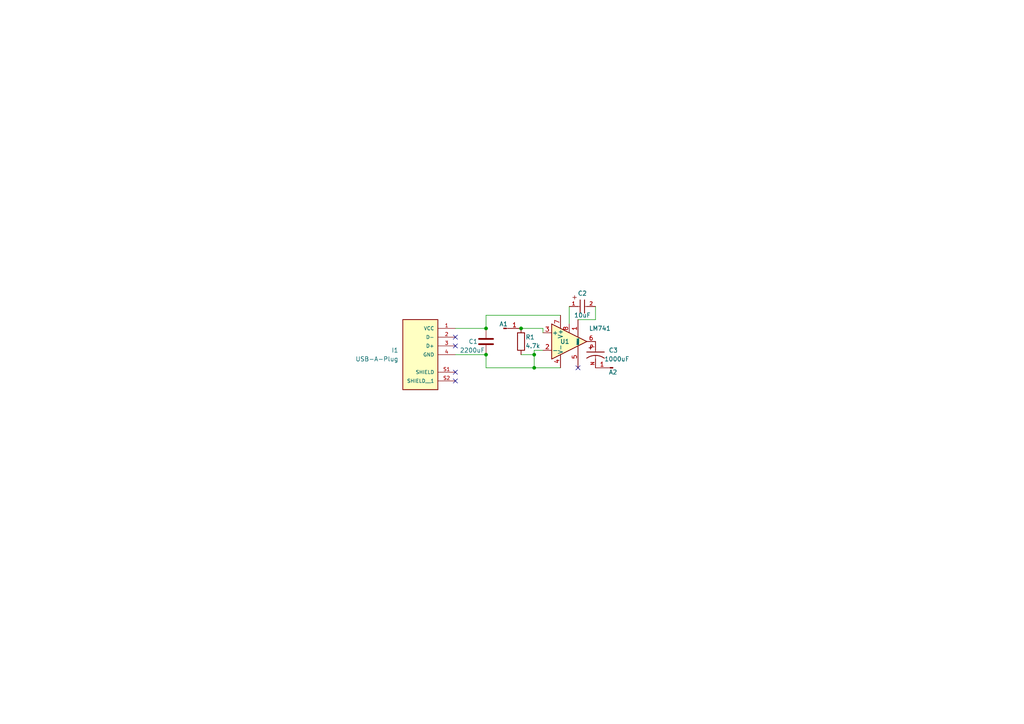
<source format=kicad_sch>
(kicad_sch (version 20230121) (generator eeschema)
  (paper "A4")
  (lib_symbols
    (symbol "860010372001:WCAP-ATG8_5X11" (pin_names (offset 1.016))
      (property "Reference" "C" (at 1.175 3.38 0))
      (property "Value" "WCAP-ATG8_5X11" (at 0.915 -5.075 0))
      (symbol "WCAP-ATG8_5X11_0_0"
        (polyline (pts (xy 0 0) (xy 0.6426 0)) (stroke (width 0.1524)))
        (polyline (pts (xy 0.635 -1.905) (xy 0.635 1.905)) (stroke (width 0.254)))
        (polyline (pts (xy 1.905 1.905) (xy 1.905 -1.905)) (stroke (width 0.254)))
        (polyline (pts (xy 1.9279 0) (xy 2.5705 0)) (stroke (width 0.1524)))
        (text "+" (at 2.54 -1.905 0) (effects (font (size 1.4224 1.4224)) (justify left bottom)))
        (pin passive line (at 5.08 0 180) (length 2.54) (name "~") (number "1"))
        (pin passive line (at -2.54 0 0) (length 2.54) (name "~") (number "2"))
      )
    )
    (symbol "Amplifier_Operational:LM741" (pin_names (offset 0.127))
      (property "Reference" "U1" (at 3.81 3.81 0))
      (property "Value" "LM741" (at 8.89 3.81 0))
      (symbol "LM741_0_1"
        (polyline (pts (xy -5.08 5.08) (xy 5.08 0) (xy -5.08 -5.08) (xy -5.08 5.08)) (stroke (width 0.254)) (fill (type background)))
      )
      (symbol "LM741_1_1"
        (pin input line (at 2.54 6.35 270) (length 5.08) (name "NULL") (number "1"))
        (pin input line (at -7.62 -2.54 0) (length 2.54) (name "-") (number "2"))
        (pin input line (at -7.62 2.54 0) (length 2.54) (name "+") (number "3"))
        (pin power_in line (at -2.54 -7.62 90) (length 3.81) (name "V-") (number "4"))
        (pin input line (at 2.54 -7.62 90) (length 6.35) (name "NULL") (number "5"))
        (pin output line (at 7.62 0 180) (length 2.54) (name "~") (number "6"))
        (pin power_in line (at -2.54 7.62 270) (length 3.81) (name "V+") (number "7"))
        (pin input line (at 0 5.08 270) (length 2.54) (name "") (number "8"))
      )
    )
    (symbol "Connector:Conn_01x01_Pin" (pin_names (offset 1.016) hide)
      (property "Reference" "J" (at 0 2.54 0))
      (property "Value" "Conn_01x01_Pin" (at 0 -2.54 0))
      (symbol "Conn_01x01_Pin_1_1"
        (polyline (pts (xy 1.27 0) (xy 0.8636 0)) (stroke (width 0.1524)))
        (rectangle (start 0.8636 0.127) (end 0 -0.127) (stroke (width 0.1524)) (fill (type outline)))
        (pin passive line (at 5.08 0 180) (length 3.81) (name "Pin_1") (number "1"))
      )
    )
    (symbol "Device:C" (pin_numbers hide) (pin_names (offset 0.254))
      (property "Reference" "C" (at 0.635 2.54 0))
      (property "Value" "C" (at 0.635 -2.54 0))
      (symbol "C_0_1"
        (polyline (pts (xy -2.032 -0.762) (xy 2.032 -0.762)) (stroke (width 0.508)))
        (polyline (pts (xy -2.032 0.762) (xy 2.032 0.762)) (stroke (width 0.508)))
      )
      (symbol "C_1_1"
        (pin passive line (at 0 3.81 270) (length 2.794) (name "~") (number "1"))
        (pin passive line (at 0 -3.81 90) (length 2.794) (name "~") (number "2"))
      )
    )
    (symbol "Device:R" (pin_numbers hide) (pin_names (offset 0))
      (property "Reference" "R" (at 2.032 0 90))
      (property "Value" "R" (at 0 0 90))
      (symbol "R_0_1"
        (rectangle (start -1.016 -2.54) (end 1.016 2.54) (stroke (width 0.254)))
      )
      (symbol "R_1_1"
        (pin passive line (at 0 3.81 270) (length 1.27) (name "~") (number "1"))
        (pin passive line (at 0 -3.81 90) (length 1.27) (name "~") (number "2"))
      )
    )
    (symbol "ECA-0JM102:ECA0JM102" (pin_names (offset 1.016))
      (property "Reference" "C" (at -2.54 3.81 0))
      (property "Value" "ECA0JM102" (at -2.54 -5.08 0))
      (symbol "ECA0JM102_0_0"
        (rectangle (start -1.173 -1.532) (end -0.284 -1.405) (stroke (width 0.1)) (fill (type outline)))
        (rectangle (start -0.792 -1.913) (end -0.665 -1.024) (stroke (width 0.1)) (fill (type outline)))
        (polyline (pts (xy 0 0) (xy 0.508 0)) (stroke (width 0.1524)))
        (polyline (pts (xy 0.508 0) (xy 0.508 -2.54)) (stroke (width 0.254)))
        (polyline (pts (xy 0.508 2.54) (xy 0.508 0)) (stroke (width 0.254)))
        (polyline (pts (xy 2.54 0) (xy 1.524 0)) (stroke (width 0.1524)))
        (arc (start 2.286 2.54) (mid 1.4851 0) (end 2.286 -2.54) (stroke (width 0.254)))
        (pin passive line (at 5.08 0 180) (length 2.54) (name "~") (number "N"))
        (pin passive line (at -2.54 0 0) (length 2.54) (name "~") (number "P"))
      )
    )
    (symbol "USBA:48037-0001" (pin_names (offset 1.016))
      (property "Reference" "J" (at -5.08 8.89 0))
      (property "Value" "48037-0001" (at -5.08 -15.24 0))
      (symbol "48037-0001_0_0"
        (rectangle (start -5.08 -12.7) (end 5.08 7.62) (stroke (width 0.254)) (fill (type background)))
        (pin power_in line (at -10.16 5.08 0) (length 5.08) (name "VCC") (number "1"))
        (pin bidirectional line (at -10.16 2.54 0) (length 5.08) (name "D-") (number "2"))
        (pin bidirectional line (at -10.16 0 0) (length 5.08) (name "D+") (number "3"))
        (pin power_in line (at -10.16 -2.54 0) (length 5.08) (name "GND") (number "4"))
        (pin passive line (at -10.16 -7.62 0) (length 5.08) (name "SHIELD") (number "S1"))
        (pin passive line (at -10.16 -10.16 0) (length 5.08) (name "SHIELD__1") (number "S2"))
      )
    )
  )
  (junction (at 140.97 102.87))
  (junction (at 140.97 95.25))
  (junction (at 154.94 106.68))
  (junction (at 154.94 102.87))
  (junction (at 151.13 95.25))
  (no_connect (at 132.08 97.79))
  (no_connect (at 132.08 100.33))
  (no_connect (at 132.08 110.49))
  (no_connect (at 167.64 106.68))
  (no_connect (at 132.08 107.95))
  (wire (pts (xy 157.48 95.25) (xy 157.48 96.52)))
  (wire (pts (xy 132.08 102.87) (xy 140.97 102.87)))
  (wire (pts (xy 154.94 106.68) (xy 162.56 106.68)))
  (wire (pts (xy 172.72 88.9) (xy 172.72 92.71)))
  (wire (pts (xy 165.1 88.9) (xy 165.1 93.98)))
  (wire (pts (xy 132.08 95.25) (xy 140.97 95.25)))
  (wire (pts (xy 162.56 91.44) (xy 140.97 91.44)))
  (wire (pts (xy 140.97 102.87) (xy 140.97 106.68)))
  (wire (pts (xy 157.48 101.6) (xy 154.94 101.6)))
  (wire (pts (xy 154.94 101.6) (xy 154.94 102.87)))
  (wire (pts (xy 154.94 102.87) (xy 154.94 106.68)))
  (wire (pts (xy 167.64 92.71) (xy 172.72 92.71)))
  (wire (pts (xy 151.13 95.25) (xy 157.48 95.25)))
  (wire (pts (xy 140.97 106.68) (xy 154.94 106.68)))
  (wire (pts (xy 151.13 102.87) (xy 154.94 102.87)))
  (wire (pts (xy 140.97 91.44) (xy 140.97 95.25)))
  (symbol (lib_id "Connector:Conn_01x01_Pin") (at 177.8 106.68 180) (unit 1)
    (property "Reference" "A2" (at 177.8 107.95 0))
    (property "Value" "Conn_01x01_Pin" (effects hide))
    (property "Footprint" "Connector_Pin:Pin_D0.7mm_L6.5mm_W1.8mm_FlatFork" (effects hide))
  )
  (symbol (lib_id "USBA:48037-0001") (at 121.92 100.33 0) (mirror y) (unit 1)
    (property "Reference" "I1" (at 115.57 101.6 0) (effects (justify left)))
    (property "Value" "USB-A-Plug" (at 115.57 104.14 0) (effects (justify left)))
    (property "Footprint" "USBA:MOLEX_48037-0001" (effects hide))
    (property "PARTREV" "D" (effects hide))
    (property "STANDARD" "Manufacturer Recommendations" (effects hide))
    (property "MAXIMUM_PACKAGE_HEIGHT" "4.6mm" (effects hide))
    (property "MANUFACTURER" "Molex" (effects hide))
  )
  (symbol (lib_id "ECA-0JM102:ECA0JM102") (at 172.72 101.6 270) (unit 1)
    (property "Reference" "C3" (at 176.53 101.6 90) (effects (justify left)))
    (property "Value" "1000uF" (at 175.26 104.14 90) (effects (justify left)))
    (property "Footprint" "C3_1000uF:CAPPRD350W60D800H1150" (effects hide))
    (property "MF" "PANASONIC" (effects hide))
    (property "b_max" "0.65" (effects hide))
    (property "DESCRIPTION" "M-A" (effects hide))
    (property "b_nom" "0.6" (effects hide))
    (property "PARTREV" "20-DEC-19" (effects hide))
    (property "A_max" "11.5" (effects hide))
    (property "D_nom" "8" (effects hide))
    (property "e_nom" "3.5" (effects hide))
  )
  (symbol (lib_id "Device:R") (at 151.13 99.06 0) (unit 1)
    (property "Reference" "R1" (at 152.4 97.79 0) (effects (justify left)))
    (property "Value" "4.7k" (at 152.4 100.33 0) (effects (justify left)))
    (property "Footprint" "Resistor_THT:R_Axial_DIN0204_L3.6mm_D1.6mm_P5.08mm_Vertical" (effects hide))
  )
  (symbol (lib_id "Connector:Conn_01x01_Pin") (at 146.05 95.25 0) (unit 1)
    (property "Reference" "A1" (at 146.05 93.98 0))
    (property "Value" "Conn_01x01_Pin" (effects hide))
    (property "Footprint" "Connector_Pin:Pin_D0.7mm_L6.5mm_W1.8mm_FlatFork" (effects hide))
  )
  (symbol (lib_id "860010372001:WCAP-ATG8_5X11") (at 170.18 88.9 180) (unit 1)
    (property "Reference" "C2" (at 168.91 85.09 0))
    (property "Value" "10uF" (at 168.91 91.44 0))
    (property "Footprint" "C2_10uF:WCAP-ATG8_5X11_DXL_" (effects hide))
    (property "DigiKey_Part_Number" "732-8593-1-ND" (effects hide))
    (property "SnapEDA_Link" "https://www.snapeda.com/parts/860010372001/Wurth+Elektronik/view-part/?ref=snap" (effects hide))
    (property "Description" "ATBC110100M016DSPA3B000; THT Radial; 10 µF ± 20%; 16 V(DC); 2000 h; -40°C / +85°C; size DxL 5.0 x 11.0; pitch 2.0; Pin Ø 0.5; Max. Iripple 44 mA @120 Hz; LC 3 µA; DF 16%" (effects hide))
    (property "MF" "Wurth Elektronik" (effects hide))
    (property "Package" "None" (effects hide))
    (property "Check_prices" "https://www.snapeda.com/parts/860010372001/Wurth+Elektronik/view-part/?ref=eda" (effects hide))
    (property "MP" "860010372001" (effects hide))
  )
  (symbol (lib_id "Amplifier_Operational:LM741") (at 165.1 99.06 0) (unit 1)
    (property "Reference" "U1" (at 163.83 99.06 0))
    (property "Value" "LM741" (at 173.99 95.25 0))
    (property "Footprint" "LM741:DIP794W45P254L959H508Q8" (effects hide))
    (property "Datasheet" "http://www.ti.com/lit/ds/symlink/lm741.pdf" (effects hide))
  )
  (symbol (lib_id "Device:C") (at 140.97 99.06 0) (unit 1)
    (property "Reference" "C1" (at 135.89 99.06 0) (effects (justify left)))
    (property "Value" "2200uF" (at 133.35 101.6 0) (effects (justify left)))
    (property "Footprint" "Capacitor_THT:CP_Radial_D5.0mm_P2.00mm" (effects hide))
  )
)
</source>
